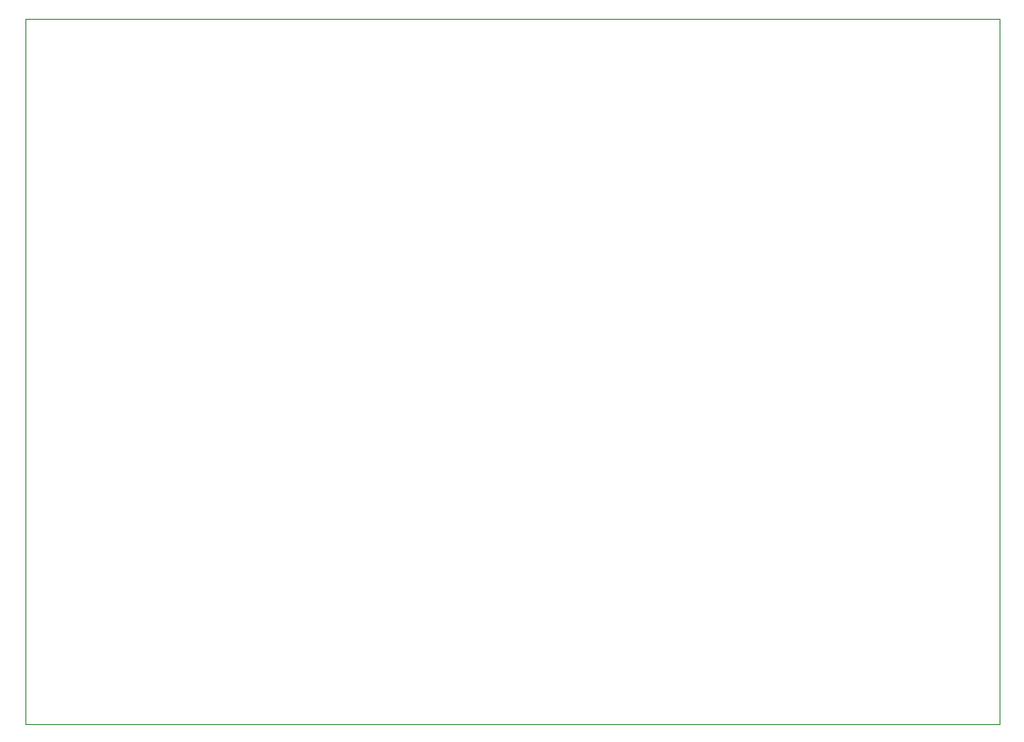
<source format=gbr>
%TF.GenerationSoftware,KiCad,Pcbnew,(6.0.0)*%
%TF.CreationDate,2022-06-25T15:53:15+02:00*%
%TF.ProjectId,Est32x4_2,45737433-3278-4345-9f32-2e6b69636164,rev?*%
%TF.SameCoordinates,PX3c8eee0PY6486dd0*%
%TF.FileFunction,Profile,NP*%
%FSLAX46Y46*%
G04 Gerber Fmt 4.6, Leading zero omitted, Abs format (unit mm)*
G04 Created by KiCad (PCBNEW (6.0.0)) date 2022-06-25 15:53:15*
%MOMM*%
%LPD*%
G01*
G04 APERTURE LIST*
%TA.AperFunction,Profile*%
%ADD10C,0.100000*%
%TD*%
G04 APERTURE END LIST*
D10*
X88900000Y64770000D02*
X1270000Y64770000D01*
X1270000Y64770000D02*
X1270000Y1270000D01*
X1270000Y1270000D02*
X88900000Y1270000D01*
X88900000Y1270000D02*
X88900000Y64770000D01*
M02*

</source>
